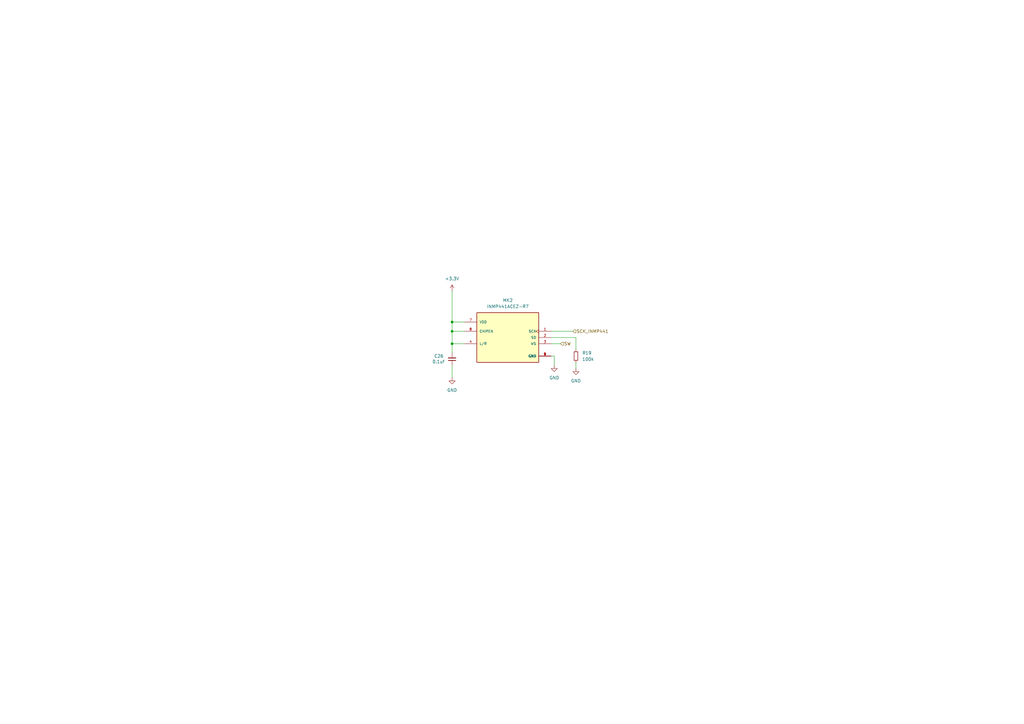
<source format=kicad_sch>
(kicad_sch
	(version 20231120)
	(generator "eeschema")
	(generator_version "8.0")
	(uuid "64dc1ef3-5944-4b3d-b4f8-5ac5ed02fd7f")
	(paper "A3")
	(title_block
		(date "2025-02-01")
		(company "Alberto José Oliveira Pereira")
	)
	(lib_symbols
		(symbol "Device:C_Small"
			(pin_numbers hide)
			(pin_names
				(offset 0.254) hide)
			(exclude_from_sim no)
			(in_bom yes)
			(on_board yes)
			(property "Reference" "C"
				(at 0.254 1.778 0)
				(effects
					(font
						(size 1.27 1.27)
					)
					(justify left)
				)
			)
			(property "Value" "C_Small"
				(at 0.254 -2.032 0)
				(effects
					(font
						(size 1.27 1.27)
					)
					(justify left)
				)
			)
			(property "Footprint" ""
				(at 0 0 0)
				(effects
					(font
						(size 1.27 1.27)
					)
					(hide yes)
				)
			)
			(property "Datasheet" "~"
				(at 0 0 0)
				(effects
					(font
						(size 1.27 1.27)
					)
					(hide yes)
				)
			)
			(property "Description" "Unpolarized capacitor, small symbol"
				(at 0 0 0)
				(effects
					(font
						(size 1.27 1.27)
					)
					(hide yes)
				)
			)
			(property "ki_keywords" "capacitor cap"
				(at 0 0 0)
				(effects
					(font
						(size 1.27 1.27)
					)
					(hide yes)
				)
			)
			(property "ki_fp_filters" "C_*"
				(at 0 0 0)
				(effects
					(font
						(size 1.27 1.27)
					)
					(hide yes)
				)
			)
			(symbol "C_Small_0_1"
				(polyline
					(pts
						(xy -1.524 -0.508) (xy 1.524 -0.508)
					)
					(stroke
						(width 0.3302)
						(type default)
					)
					(fill
						(type none)
					)
				)
				(polyline
					(pts
						(xy -1.524 0.508) (xy 1.524 0.508)
					)
					(stroke
						(width 0.3048)
						(type default)
					)
					(fill
						(type none)
					)
				)
			)
			(symbol "C_Small_1_1"
				(pin passive line
					(at 0 2.54 270)
					(length 2.032)
					(name "~"
						(effects
							(font
								(size 1.27 1.27)
							)
						)
					)
					(number "1"
						(effects
							(font
								(size 1.27 1.27)
							)
						)
					)
				)
				(pin passive line
					(at 0 -2.54 90)
					(length 2.032)
					(name "~"
						(effects
							(font
								(size 1.27 1.27)
							)
						)
					)
					(number "2"
						(effects
							(font
								(size 1.27 1.27)
							)
						)
					)
				)
			)
		)
		(symbol "Device:R_Small"
			(pin_numbers hide)
			(pin_names
				(offset 0.254) hide)
			(exclude_from_sim no)
			(in_bom yes)
			(on_board yes)
			(property "Reference" "R"
				(at 0.762 0.508 0)
				(effects
					(font
						(size 1.27 1.27)
					)
					(justify left)
				)
			)
			(property "Value" "R_Small"
				(at 0.762 -1.016 0)
				(effects
					(font
						(size 1.27 1.27)
					)
					(justify left)
				)
			)
			(property "Footprint" ""
				(at 0 0 0)
				(effects
					(font
						(size 1.27 1.27)
					)
					(hide yes)
				)
			)
			(property "Datasheet" "~"
				(at 0 0 0)
				(effects
					(font
						(size 1.27 1.27)
					)
					(hide yes)
				)
			)
			(property "Description" "Resistor, small symbol"
				(at 0 0 0)
				(effects
					(font
						(size 1.27 1.27)
					)
					(hide yes)
				)
			)
			(property "ki_keywords" "R resistor"
				(at 0 0 0)
				(effects
					(font
						(size 1.27 1.27)
					)
					(hide yes)
				)
			)
			(property "ki_fp_filters" "R_*"
				(at 0 0 0)
				(effects
					(font
						(size 1.27 1.27)
					)
					(hide yes)
				)
			)
			(symbol "R_Small_0_1"
				(rectangle
					(start -0.762 1.778)
					(end 0.762 -1.778)
					(stroke
						(width 0.2032)
						(type default)
					)
					(fill
						(type none)
					)
				)
			)
			(symbol "R_Small_1_1"
				(pin passive line
					(at 0 2.54 270)
					(length 0.762)
					(name "~"
						(effects
							(font
								(size 1.27 1.27)
							)
						)
					)
					(number "1"
						(effects
							(font
								(size 1.27 1.27)
							)
						)
					)
				)
				(pin passive line
					(at 0 -2.54 90)
					(length 0.762)
					(name "~"
						(effects
							(font
								(size 1.27 1.27)
							)
						)
					)
					(number "2"
						(effects
							(font
								(size 1.27 1.27)
							)
						)
					)
				)
			)
		)
		(symbol "INMP441ACEZ-R7:INMP441ACEZ-R7"
			(pin_names
				(offset 1.016)
			)
			(exclude_from_sim no)
			(in_bom yes)
			(on_board yes)
			(property "Reference" "MK2"
				(at 0 15.24 0)
				(effects
					(font
						(size 1.27 1.27)
					)
				)
			)
			(property "Value" "INMP441ACEZ-R7"
				(at 0 12.7 0)
				(effects
					(font
						(size 1.27 1.27)
					)
				)
			)
			(property "Footprint" "INMP441ACEZ-R7:MIC_INMP441ACEZ-R7"
				(at 0 0 0)
				(effects
					(font
						(size 1.27 1.27)
					)
					(justify bottom)
					(hide yes)
				)
			)
			(property "Datasheet" ""
				(at 0 0 0)
				(effects
					(font
						(size 1.27 1.27)
					)
					(hide yes)
				)
			)
			(property "Description" ""
				(at 0 0 0)
				(effects
					(font
						(size 1.27 1.27)
					)
					(hide yes)
				)
			)
			(property "MF" "TDK InvenSense"
				(at 0 0 0)
				(effects
					(font
						(size 1.27 1.27)
					)
					(justify bottom)
					(hide yes)
				)
			)
			(property "MAXIMUM_PACKAGE_HEIGHT" "1.05 mm"
				(at 0 0 0)
				(effects
					(font
						(size 1.27 1.27)
					)
					(justify bottom)
					(hide yes)
				)
			)
			(property "Package" "LGA-9 TDK InvenSense"
				(at 0 0 0)
				(effects
					(font
						(size 1.27 1.27)
					)
					(justify bottom)
					(hide yes)
				)
			)
			(property "Price" "None"
				(at 0 0 0)
				(effects
					(font
						(size 1.27 1.27)
					)
					(justify bottom)
					(hide yes)
				)
			)
			(property "Check_prices" "https://www.snapeda.com/parts/INMP441ACEZ-R7/TDK/view-part/?ref=eda"
				(at 0 0 0)
				(effects
					(font
						(size 1.27 1.27)
					)
					(justify bottom)
					(hide yes)
				)
			)
			(property "STANDARD" "Manufacturer Recommendations"
				(at 0 0 0)
				(effects
					(font
						(size 1.27 1.27)
					)
					(justify bottom)
					(hide yes)
				)
			)
			(property "PARTREV" "1.1"
				(at 0 0 0)
				(effects
					(font
						(size 1.27 1.27)
					)
					(justify bottom)
					(hide yes)
				)
			)
			(property "SnapEDA_Link" "https://www.snapeda.com/parts/INMP441ACEZ-R7/TDK/view-part/?ref=snap"
				(at 0 0 0)
				(effects
					(font
						(size 1.27 1.27)
					)
					(justify bottom)
					(hide yes)
				)
			)
			(property "MP" "INMP441ACEZ-R7"
				(at 0 0 0)
				(effects
					(font
						(size 1.27 1.27)
					)
					(justify bottom)
					(hide yes)
				)
			)
			(property "Description_1" "\n                        \n                            60 Hz ~ 15 kHz Digital, I2S Microphone MEMS (Silicon) 1.62 V ~ 3.63 V Omnidirectional (-26dB ±3dB @ 94dB SPL) Solder Pads\n                        \n"
				(at 0 0 0)
				(effects
					(font
						(size 1.27 1.27)
					)
					(justify bottom)
					(hide yes)
				)
			)
			(property "Availability" "In Stock"
				(at 0 0 0)
				(effects
					(font
						(size 1.27 1.27)
					)
					(justify bottom)
					(hide yes)
				)
			)
			(property "MANUFACTURER" "TDK InvenSense"
				(at 0 0 0)
				(effects
					(font
						(size 1.27 1.27)
					)
					(justify bottom)
					(hide yes)
				)
			)
			(symbol "INMP441ACEZ-R7_0_0"
				(rectangle
					(start -12.7 -10.16)
					(end 12.7 10.16)
					(stroke
						(width 0.254)
						(type default)
					)
					(fill
						(type background)
					)
				)
				(pin input clock
					(at 17.78 2.54 180)
					(length 5.08)
					(name "SCK"
						(effects
							(font
								(size 1.016 1.016)
							)
						)
					)
					(number "1"
						(effects
							(font
								(size 1.016 1.016)
							)
						)
					)
				)
				(pin output line
					(at 17.78 0 180)
					(length 5.08)
					(name "SD"
						(effects
							(font
								(size 1.016 1.016)
							)
						)
					)
					(number "2"
						(effects
							(font
								(size 1.016 1.016)
							)
						)
					)
				)
				(pin input line
					(at 17.78 -2.54 180)
					(length 5.08)
					(name "WS"
						(effects
							(font
								(size 1.016 1.016)
							)
						)
					)
					(number "3"
						(effects
							(font
								(size 1.016 1.016)
							)
						)
					)
				)
				(pin input line
					(at -17.78 -2.54 0)
					(length 5.08)
					(name "L/R"
						(effects
							(font
								(size 1.016 1.016)
							)
						)
					)
					(number "4"
						(effects
							(font
								(size 1.016 1.016)
							)
						)
					)
				)
				(pin power_in line
					(at 17.78 -7.62 180)
					(length 5.08)
					(name "GND"
						(effects
							(font
								(size 1.016 1.016)
							)
						)
					)
					(number "5"
						(effects
							(font
								(size 1.016 1.016)
							)
						)
					)
				)
				(pin power_in line
					(at 17.78 -7.62 180)
					(length 5.08)
					(name "GND"
						(effects
							(font
								(size 1.016 1.016)
							)
						)
					)
					(number "6"
						(effects
							(font
								(size 1.016 1.016)
							)
						)
					)
				)
				(pin power_in line
					(at -17.78 6.35 0)
					(length 5.08)
					(name "VDD"
						(effects
							(font
								(size 1.016 1.016)
							)
						)
					)
					(number "7"
						(effects
							(font
								(size 1.016 1.016)
							)
						)
					)
				)
				(pin input line
					(at -17.78 2.54 0)
					(length 5.08)
					(name "CHIPEN"
						(effects
							(font
								(size 1.016 1.016)
							)
						)
					)
					(number "8"
						(effects
							(font
								(size 1.016 1.016)
							)
						)
					)
				)
				(pin power_in line
					(at 17.78 -7.62 180)
					(length 5.08)
					(name "GND"
						(effects
							(font
								(size 1.016 1.016)
							)
						)
					)
					(number "9"
						(effects
							(font
								(size 1.016 1.016)
							)
						)
					)
				)
			)
		)
		(symbol "PCM_4ms_Power-symbol:+3.3V"
			(power)
			(pin_names
				(offset 0)
			)
			(exclude_from_sim no)
			(in_bom yes)
			(on_board yes)
			(property "Reference" "#PWR"
				(at 0 -3.81 0)
				(effects
					(font
						(size 1.27 1.27)
					)
					(hide yes)
				)
			)
			(property "Value" "+3.3V"
				(at 0 3.556 0)
				(effects
					(font
						(size 1.27 1.27)
					)
				)
			)
			(property "Footprint" ""
				(at 0 0 0)
				(effects
					(font
						(size 1.27 1.27)
					)
					(hide yes)
				)
			)
			(property "Datasheet" ""
				(at 0 0 0)
				(effects
					(font
						(size 1.27 1.27)
					)
					(hide yes)
				)
			)
			(property "Description" ""
				(at 0 0 0)
				(effects
					(font
						(size 1.27 1.27)
					)
					(hide yes)
				)
			)
			(symbol "+3.3V_0_1"
				(polyline
					(pts
						(xy -0.762 1.27) (xy 0 2.54)
					)
					(stroke
						(width 0)
						(type default)
					)
					(fill
						(type none)
					)
				)
				(polyline
					(pts
						(xy 0 0) (xy 0 2.54)
					)
					(stroke
						(width 0)
						(type default)
					)
					(fill
						(type none)
					)
				)
				(polyline
					(pts
						(xy 0 2.54) (xy 0.762 1.27)
					)
					(stroke
						(width 0)
						(type default)
					)
					(fill
						(type none)
					)
				)
			)
			(symbol "+3.3V_1_1"
				(pin power_in line
					(at 0 0 90)
					(length 0) hide
					(name "+3V3"
						(effects
							(font
								(size 1.27 1.27)
							)
						)
					)
					(number "1"
						(effects
							(font
								(size 1.27 1.27)
							)
						)
					)
				)
			)
		)
		(symbol "power:GND"
			(power)
			(pin_numbers hide)
			(pin_names
				(offset 0) hide)
			(exclude_from_sim no)
			(in_bom yes)
			(on_board yes)
			(property "Reference" "#PWR"
				(at 0 -6.35 0)
				(effects
					(font
						(size 1.27 1.27)
					)
					(hide yes)
				)
			)
			(property "Value" "GND"
				(at 0 -3.81 0)
				(effects
					(font
						(size 1.27 1.27)
					)
				)
			)
			(property "Footprint" ""
				(at 0 0 0)
				(effects
					(font
						(size 1.27 1.27)
					)
					(hide yes)
				)
			)
			(property "Datasheet" ""
				(at 0 0 0)
				(effects
					(font
						(size 1.27 1.27)
					)
					(hide yes)
				)
			)
			(property "Description" "Power symbol creates a global label with name \"GND\" , ground"
				(at 0 0 0)
				(effects
					(font
						(size 1.27 1.27)
					)
					(hide yes)
				)
			)
			(property "ki_keywords" "global power"
				(at 0 0 0)
				(effects
					(font
						(size 1.27 1.27)
					)
					(hide yes)
				)
			)
			(symbol "GND_0_1"
				(polyline
					(pts
						(xy 0 0) (xy 0 -1.27) (xy 1.27 -1.27) (xy 0 -2.54) (xy -1.27 -1.27) (xy 0 -1.27)
					)
					(stroke
						(width 0)
						(type default)
					)
					(fill
						(type none)
					)
				)
			)
			(symbol "GND_1_1"
				(pin power_in line
					(at 0 0 270)
					(length 0)
					(name "~"
						(effects
							(font
								(size 1.27 1.27)
							)
						)
					)
					(number "1"
						(effects
							(font
								(size 1.27 1.27)
							)
						)
					)
				)
			)
		)
	)
	(junction
		(at 185.42 132.08)
		(diameter 0)
		(color 0 0 0 0)
		(uuid "26d52f47-6a1a-4587-8c4e-88291ed589cf")
	)
	(junction
		(at 185.42 140.97)
		(diameter 0)
		(color 0 0 0 0)
		(uuid "6cbdb7f4-16f7-42ca-a251-84384d6d9e0c")
	)
	(junction
		(at 185.42 135.89)
		(diameter 0)
		(color 0 0 0 0)
		(uuid "cd2b6480-dd69-45ca-b632-b4e7212db9f1")
	)
	(wire
		(pts
			(xy 226.06 146.05) (xy 227.33 146.05)
		)
		(stroke
			(width 0)
			(type default)
		)
		(uuid "08eb3467-6f5b-4ae3-be54-7ac864bed22a")
	)
	(wire
		(pts
			(xy 185.42 135.89) (xy 185.42 140.97)
		)
		(stroke
			(width 0)
			(type default)
		)
		(uuid "32e64815-4700-4df4-88bb-d1632e5c3993")
	)
	(wire
		(pts
			(xy 185.42 135.89) (xy 190.5 135.89)
		)
		(stroke
			(width 0)
			(type default)
		)
		(uuid "4149a913-2af5-4cff-a139-4f8af8d8def8")
	)
	(wire
		(pts
			(xy 227.33 146.05) (xy 227.33 149.86)
		)
		(stroke
			(width 0)
			(type default)
		)
		(uuid "52e5c19f-8716-4aa2-8e8f-2ddaa7091616")
	)
	(wire
		(pts
			(xy 236.22 148.59) (xy 236.22 151.13)
		)
		(stroke
			(width 0)
			(type default)
		)
		(uuid "6e591b85-55e7-4135-a9d6-4d94fdf8d732")
	)
	(wire
		(pts
			(xy 185.42 149.86) (xy 185.42 154.94)
		)
		(stroke
			(width 0)
			(type default)
		)
		(uuid "6f4bf289-1086-419d-bfe1-038bbdc02470")
	)
	(wire
		(pts
			(xy 185.42 132.08) (xy 185.42 135.89)
		)
		(stroke
			(width 0)
			(type default)
		)
		(uuid "7af8d194-b579-4af9-9375-d12dc6de1441")
	)
	(wire
		(pts
			(xy 236.22 138.43) (xy 236.22 143.51)
		)
		(stroke
			(width 0)
			(type default)
		)
		(uuid "7d7c4769-41d2-4cda-b045-83106cc3d13b")
	)
	(wire
		(pts
			(xy 185.42 132.08) (xy 190.5 132.08)
		)
		(stroke
			(width 0)
			(type default)
		)
		(uuid "8f2c519b-ea5c-423f-aa6b-a38d1db751c0")
	)
	(wire
		(pts
			(xy 226.06 135.89) (xy 234.95 135.89)
		)
		(stroke
			(width 0)
			(type default)
		)
		(uuid "b72a26e2-45a6-4b3b-9144-dc4b0afd7463")
	)
	(wire
		(pts
			(xy 185.42 119.38) (xy 185.42 132.08)
		)
		(stroke
			(width 0)
			(type default)
		)
		(uuid "d4162693-61e6-47c3-b0f8-66e543aca85a")
	)
	(wire
		(pts
			(xy 236.22 138.43) (xy 226.06 138.43)
		)
		(stroke
			(width 0)
			(type default)
		)
		(uuid "df8407d6-2a78-4714-afe1-7d0fd22bbc0c")
	)
	(wire
		(pts
			(xy 185.42 140.97) (xy 190.5 140.97)
		)
		(stroke
			(width 0)
			(type default)
		)
		(uuid "f6813b6f-77b9-413d-a744-6a28664e6341")
	)
	(wire
		(pts
			(xy 226.06 140.97) (xy 229.87 140.97)
		)
		(stroke
			(width 0)
			(type default)
		)
		(uuid "f687e203-bfb9-408c-bf6d-4ee555cc6854")
	)
	(wire
		(pts
			(xy 185.42 140.97) (xy 185.42 144.78)
		)
		(stroke
			(width 0)
			(type default)
		)
		(uuid "fc25e05e-07e6-4e7e-afeb-1afcb268671a")
	)
	(hierarchical_label "SCK_INMP441"
		(shape input)
		(at 234.95 135.89 0)
		(effects
			(font
				(size 1.27 1.27)
			)
			(justify left)
		)
		(uuid "1e463680-6dab-44d8-a6b4-9a51b75d3231")
	)
	(hierarchical_label "SW"
		(shape input)
		(at 229.87 140.97 0)
		(effects
			(font
				(size 1.27 1.27)
			)
			(justify left)
		)
		(uuid "db5f24e9-cee1-471d-a219-c1eac11741e1")
	)
	(symbol
		(lib_id "Device:C_Small")
		(at 185.42 147.32 180)
		(unit 1)
		(exclude_from_sim no)
		(in_bom yes)
		(on_board yes)
		(dnp no)
		(uuid "32b9a2e0-d2ec-4c4b-83b1-a393a694263d")
		(property "Reference" "C26"
			(at 178.054 146.05 0)
			(effects
				(font
					(size 1.27 1.27)
				)
				(justify right)
			)
		)
		(property "Value" "0.1uf"
			(at 177.292 148.336 0)
			(effects
				(font
					(size 1.27 1.27)
				)
				(justify right)
			)
		)
		(property "Footprint" ""
			(at 185.42 147.32 0)
			(effects
				(font
					(size 1.27 1.27)
				)
				(hide yes)
			)
		)
		(property "Datasheet" "~"
			(at 185.42 147.32 0)
			(effects
				(font
					(size 1.27 1.27)
				)
				(hide yes)
			)
		)
		(property "Description" "Unpolarized capacitor, small symbol"
			(at 185.42 147.32 0)
			(effects
				(font
					(size 1.27 1.27)
				)
				(hide yes)
			)
		)
		(pin "1"
			(uuid "793c6cbe-3cbe-44f3-91e6-1731a682e64e")
		)
		(pin "2"
			(uuid "b0f2e1d1-8d15-4bcc-bf2e-a5dfed94c818")
		)
		(instances
			(project ""
				(path "/5901c4ba-ed26-45ec-91e8-ca871c890e75/5622749d-bfff-4c9c-b4b8-002057117802"
					(reference "C26")
					(unit 1)
				)
			)
		)
	)
	(symbol
		(lib_id "power:GND")
		(at 227.33 149.86 0)
		(unit 1)
		(exclude_from_sim no)
		(in_bom yes)
		(on_board yes)
		(dnp no)
		(fields_autoplaced yes)
		(uuid "469bc5a0-dd12-444b-a357-0bcb1eb54d0b")
		(property "Reference" "#PWR039"
			(at 227.33 156.21 0)
			(effects
				(font
					(size 1.27 1.27)
				)
				(hide yes)
			)
		)
		(property "Value" "GND"
			(at 227.33 154.94 0)
			(effects
				(font
					(size 1.27 1.27)
				)
			)
		)
		(property "Footprint" ""
			(at 227.33 149.86 0)
			(effects
				(font
					(size 1.27 1.27)
				)
				(hide yes)
			)
		)
		(property "Datasheet" ""
			(at 227.33 149.86 0)
			(effects
				(font
					(size 1.27 1.27)
				)
				(hide yes)
			)
		)
		(property "Description" "Power symbol creates a global label with name \"GND\" , ground"
			(at 227.33 149.86 0)
			(effects
				(font
					(size 1.27 1.27)
				)
				(hide yes)
			)
		)
		(pin "1"
			(uuid "79c56fc0-87b1-4d35-8512-d2bf5cf6cd8d")
		)
		(instances
			(project ""
				(path "/5901c4ba-ed26-45ec-91e8-ca871c890e75/5622749d-bfff-4c9c-b4b8-002057117802"
					(reference "#PWR039")
					(unit 1)
				)
			)
		)
	)
	(symbol
		(lib_id "PCM_4ms_Power-symbol:+3.3V")
		(at 185.42 119.38 0)
		(unit 1)
		(exclude_from_sim no)
		(in_bom yes)
		(on_board yes)
		(dnp no)
		(fields_autoplaced yes)
		(uuid "7d869828-beca-4e11-9f73-0c1724c74d45")
		(property "Reference" "#PWR038"
			(at 185.42 123.19 0)
			(effects
				(font
					(size 1.27 1.27)
				)
				(hide yes)
			)
		)
		(property "Value" "+3.3V"
			(at 185.42 114.3 0)
			(effects
				(font
					(size 1.27 1.27)
				)
			)
		)
		(property "Footprint" ""
			(at 185.42 119.38 0)
			(effects
				(font
					(size 1.27 1.27)
				)
				(hide yes)
			)
		)
		(property "Datasheet" ""
			(at 185.42 119.38 0)
			(effects
				(font
					(size 1.27 1.27)
				)
				(hide yes)
			)
		)
		(property "Description" ""
			(at 185.42 119.38 0)
			(effects
				(font
					(size 1.27 1.27)
				)
				(hide yes)
			)
		)
		(pin "1"
			(uuid "5d6ff75d-21b7-441f-8b92-a36ed0ff7b45")
		)
		(instances
			(project ""
				(path "/5901c4ba-ed26-45ec-91e8-ca871c890e75/5622749d-bfff-4c9c-b4b8-002057117802"
					(reference "#PWR038")
					(unit 1)
				)
			)
		)
	)
	(symbol
		(lib_id "Device:R_Small")
		(at 236.22 146.05 0)
		(unit 1)
		(exclude_from_sim no)
		(in_bom yes)
		(on_board yes)
		(dnp no)
		(fields_autoplaced yes)
		(uuid "a991af89-7a62-4364-88bb-d9f329a19869")
		(property "Reference" "R19"
			(at 238.76 144.7799 0)
			(effects
				(font
					(size 1.27 1.27)
				)
				(justify left)
			)
		)
		(property "Value" "100k"
			(at 238.76 147.3199 0)
			(effects
				(font
					(size 1.27 1.27)
				)
				(justify left)
			)
		)
		(property "Footprint" ""
			(at 236.22 146.05 0)
			(effects
				(font
					(size 1.27 1.27)
				)
				(hide yes)
			)
		)
		(property "Datasheet" "~"
			(at 236.22 146.05 0)
			(effects
				(font
					(size 1.27 1.27)
				)
				(hide yes)
			)
		)
		(property "Description" "Resistor, small symbol"
			(at 236.22 146.05 0)
			(effects
				(font
					(size 1.27 1.27)
				)
				(hide yes)
			)
		)
		(pin "2"
			(uuid "627bb231-ba6f-47a6-89df-864c77dadae0")
		)
		(pin "1"
			(uuid "909e943a-2696-40a9-ac05-632c1f1b3145")
		)
		(instances
			(project "Dosimetro"
				(path "/5901c4ba-ed26-45ec-91e8-ca871c890e75/5622749d-bfff-4c9c-b4b8-002057117802"
					(reference "R19")
					(unit 1)
				)
			)
		)
	)
	(symbol
		(lib_id "power:GND")
		(at 236.22 151.13 0)
		(unit 1)
		(exclude_from_sim no)
		(in_bom yes)
		(on_board yes)
		(dnp no)
		(fields_autoplaced yes)
		(uuid "b0569a7b-57b0-497c-9a9b-abfa51aab461")
		(property "Reference" "#PWR040"
			(at 236.22 157.48 0)
			(effects
				(font
					(size 1.27 1.27)
				)
				(hide yes)
			)
		)
		(property "Value" "GND"
			(at 236.22 156.21 0)
			(effects
				(font
					(size 1.27 1.27)
				)
			)
		)
		(property "Footprint" ""
			(at 236.22 151.13 0)
			(effects
				(font
					(size 1.27 1.27)
				)
				(hide yes)
			)
		)
		(property "Datasheet" ""
			(at 236.22 151.13 0)
			(effects
				(font
					(size 1.27 1.27)
				)
				(hide yes)
			)
		)
		(property "Description" "Power symbol creates a global label with name \"GND\" , ground"
			(at 236.22 151.13 0)
			(effects
				(font
					(size 1.27 1.27)
				)
				(hide yes)
			)
		)
		(pin "1"
			(uuid "38440239-27a0-48ce-879b-333e7350299f")
		)
		(instances
			(project "Dosimetro"
				(path "/5901c4ba-ed26-45ec-91e8-ca871c890e75/5622749d-bfff-4c9c-b4b8-002057117802"
					(reference "#PWR040")
					(unit 1)
				)
			)
		)
	)
	(symbol
		(lib_id "power:GND")
		(at 185.42 154.94 0)
		(unit 1)
		(exclude_from_sim no)
		(in_bom yes)
		(on_board yes)
		(dnp no)
		(fields_autoplaced yes)
		(uuid "b75858d6-7625-4515-b23f-84a98aaa9705")
		(property "Reference" "#PWR041"
			(at 185.42 161.29 0)
			(effects
				(font
					(size 1.27 1.27)
				)
				(hide yes)
			)
		)
		(property "Value" "GND"
			(at 185.42 160.02 0)
			(effects
				(font
					(size 1.27 1.27)
				)
			)
		)
		(property "Footprint" ""
			(at 185.42 154.94 0)
			(effects
				(font
					(size 1.27 1.27)
				)
				(hide yes)
			)
		)
		(property "Datasheet" ""
			(at 185.42 154.94 0)
			(effects
				(font
					(size 1.27 1.27)
				)
				(hide yes)
			)
		)
		(property "Description" "Power symbol creates a global label with name \"GND\" , ground"
			(at 185.42 154.94 0)
			(effects
				(font
					(size 1.27 1.27)
				)
				(hide yes)
			)
		)
		(pin "1"
			(uuid "6b761ce2-4734-42b5-b407-b8e67c23340a")
		)
		(instances
			(project "Dosimetro"
				(path "/5901c4ba-ed26-45ec-91e8-ca871c890e75/5622749d-bfff-4c9c-b4b8-002057117802"
					(reference "#PWR041")
					(unit 1)
				)
			)
		)
	)
	(symbol
		(lib_id "INMP441ACEZ-R7:INMP441ACEZ-R7")
		(at 208.28 138.43 0)
		(unit 1)
		(exclude_from_sim no)
		(in_bom yes)
		(on_board yes)
		(dnp no)
		(fields_autoplaced yes)
		(uuid "f7961a21-7609-49a2-bb27-4b9ba2c0eba4")
		(property "Reference" "MK2"
			(at 208.28 123.19 0)
			(effects
				(font
					(size 1.27 1.27)
				)
			)
		)
		(property "Value" "INMP441ACEZ-R7"
			(at 208.28 125.73 0)
			(effects
				(font
					(size 1.27 1.27)
				)
			)
		)
		(property "Footprint" "INMP441ACEZ-R7:MIC_INMP441ACEZ-R7"
			(at 208.28 138.43 0)
			(effects
				(font
					(size 1.27 1.27)
				)
				(justify bottom)
				(hide yes)
			)
		)
		(property "Datasheet" ""
			(at 208.28 138.43 0)
			(effects
				(font
					(size 1.27 1.27)
				)
				(hide yes)
			)
		)
		(property "Description" ""
			(at 208.28 138.43 0)
			(effects
				(font
					(size 1.27 1.27)
				)
				(hide yes)
			)
		)
		(property "MF" "TDK InvenSense"
			(at 208.28 138.43 0)
			(effects
				(font
					(size 1.27 1.27)
				)
				(justify bottom)
				(hide yes)
			)
		)
		(property "MAXIMUM_PACKAGE_HEIGHT" "1.05 mm"
			(at 208.28 138.43 0)
			(effects
				(font
					(size 1.27 1.27)
				)
				(justify bottom)
				(hide yes)
			)
		)
		(property "Package" "LGA-9 TDK InvenSense"
			(at 208.28 138.43 0)
			(effects
				(font
					(size 1.27 1.27)
				)
				(justify bottom)
				(hide yes)
			)
		)
		(property "Price" "None"
			(at 208.28 138.43 0)
			(effects
				(font
					(size 1.27 1.27)
				)
				(justify bottom)
				(hide yes)
			)
		)
		(property "Check_prices" "https://www.snapeda.com/parts/INMP441ACEZ-R7/TDK/view-part/?ref=eda"
			(at 208.28 138.43 0)
			(effects
				(font
					(size 1.27 1.27)
				)
				(justify bottom)
				(hide yes)
			)
		)
		(property "STANDARD" "Manufacturer Recommendations"
			(at 208.28 138.43 0)
			(effects
				(font
					(size 1.27 1.27)
				)
				(justify bottom)
				(hide yes)
			)
		)
		(property "PARTREV" "1.1"
			(at 208.28 138.43 0)
			(effects
				(font
					(size 1.27 1.27)
				)
				(justify bottom)
				(hide yes)
			)
		)
		(property "SnapEDA_Link" "https://www.snapeda.com/parts/INMP441ACEZ-R7/TDK/view-part/?ref=snap"
			(at 208.28 138.43 0)
			(effects
				(font
					(size 1.27 1.27)
				)
				(justify bottom)
				(hide yes)
			)
		)
		(property "MP" "INMP441ACEZ-R7"
			(at 208.28 138.43 0)
			(effects
				(font
					(size 1.27 1.27)
				)
				(justify bottom)
				(hide yes)
			)
		)
		(property "Description_1" "\n                        \n                            60 Hz ~ 15 kHz Digital, I2S Microphone MEMS (Silicon) 1.62 V ~ 3.63 V Omnidirectional (-26dB ±3dB @ 94dB SPL) Solder Pads\n                        \n"
			(at 208.28 138.43 0)
			(effects
				(font
					(size 1.27 1.27)
				)
				(justify bottom)
				(hide yes)
			)
		)
		(property "Availability" "In Stock"
			(at 208.28 138.43 0)
			(effects
				(font
					(size 1.27 1.27)
				)
				(justify bottom)
				(hide yes)
			)
		)
		(property "MANUFACTURER" "TDK InvenSense"
			(at 208.28 138.43 0)
			(effects
				(font
					(size 1.27 1.27)
				)
				(justify bottom)
				(hide yes)
			)
		)
		(pin "2"
			(uuid "c54735eb-7322-4531-8a3f-385de4797a86")
		)
		(pin "3"
			(uuid "ca6d7600-06b6-42e7-ba5b-ffbf147e0078")
		)
		(pin "4"
			(uuid "7624f225-03da-484f-918d-43306b858685")
		)
		(pin "1"
			(uuid "58ef6e87-eef1-4155-b983-3a72da1b71ca")
		)
		(pin "5"
			(uuid "08b31c7a-5c89-412f-b503-357276eaa952")
		)
		(pin "6"
			(uuid "df62a871-cc1b-4ac0-a12d-8c950f91438b")
		)
		(pin "7"
			(uuid "85b17b64-0c43-49bd-be0d-49188eca3386")
		)
		(pin "9"
			(uuid "b8e8c0d1-664c-43cb-b4c1-4494e52731aa")
		)
		(pin "8"
			(uuid "c7b6e67b-448f-4440-b919-51b977ded5c6")
		)
		(instances
			(project ""
				(path "/5901c4ba-ed26-45ec-91e8-ca871c890e75/5622749d-bfff-4c9c-b4b8-002057117802"
					(reference "MK2")
					(unit 1)
				)
			)
		)
	)
)

</source>
